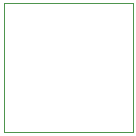
<source format=gm1>
G04 #@! TF.GenerationSoftware,KiCad,Pcbnew,5.1.2-f72e74a~84~ubuntu16.04.1*
G04 #@! TF.CreationDate,2019-06-06T18:14:26+02:00*
G04 #@! TF.ProjectId,rs232-rs485,72733233-322d-4727-9334-38352e6b6963,rev?*
G04 #@! TF.SameCoordinates,Original*
G04 #@! TF.FileFunction,Profile,NP*
%FSLAX46Y46*%
G04 Gerber Fmt 4.6, Leading zero omitted, Abs format (unit mm)*
G04 Created by KiCad (PCBNEW 5.1.2-f72e74a~84~ubuntu16.04.1) date 2019-06-06 18:14:26*
%MOMM*%
%LPD*%
G04 APERTURE LIST*
%ADD10C,0.050000*%
G04 APERTURE END LIST*
D10*
X125603000Y-108839000D02*
X125476000Y-108839000D01*
X125476000Y-108712000D02*
X125476000Y-108839000D01*
X125476000Y-97917000D02*
X125603000Y-97917000D01*
X136398000Y-97917000D02*
X136271000Y-97917000D01*
X136271000Y-108839000D02*
X136398000Y-108839000D01*
X136271000Y-108839000D02*
X125603000Y-108839000D01*
X136398000Y-97917000D02*
X136398000Y-108839000D01*
X125603000Y-97917000D02*
X136271000Y-97917000D01*
X125476000Y-108712000D02*
X125476000Y-97917000D01*
M02*

</source>
